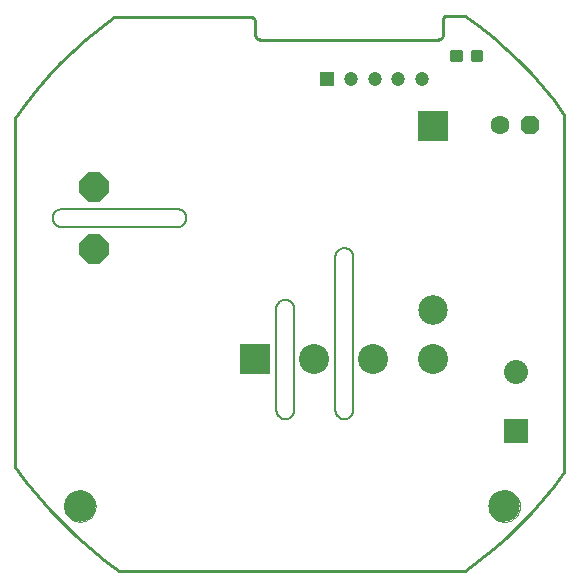
<source format=gbs>
G75*
G70*
%OFA0B0*%
%FSLAX24Y24*%
%IPPOS*%
%LPD*%
%AMOC8*
5,1,8,0,0,1.08239X$1,22.5*
%
%ADD10C,0.0100*%
%ADD11C,0.0000*%
%ADD12C,0.1050*%
%ADD13C,0.0080*%
%ADD14OC8,0.0984*%
%ADD15C,0.0984*%
%ADD16R,0.0984X0.0984*%
%ADD17R,0.0800X0.0800*%
%ADD18C,0.0800*%
%ADD19R,0.1000X0.1000*%
%ADD20C,0.1000*%
%ADD21R,0.0472X0.0472*%
%ADD22C,0.0472*%
%ADD23C,0.0630*%
%ADD24OC8,0.0630*%
%ADD25C,0.0118*%
D10*
X003600Y000390D02*
X015150Y000390D01*
X018450Y003690D02*
X018450Y015590D01*
X015150Y018890D02*
X014550Y018890D01*
X014527Y018888D01*
X014504Y018883D01*
X014482Y018874D01*
X014462Y018861D01*
X014444Y018846D01*
X014429Y018828D01*
X014416Y018808D01*
X014407Y018786D01*
X014402Y018763D01*
X014400Y018740D01*
X014400Y018240D01*
X014398Y018217D01*
X014393Y018194D01*
X014384Y018172D01*
X014371Y018152D01*
X014356Y018134D01*
X014338Y018119D01*
X014318Y018106D01*
X014296Y018097D01*
X014273Y018092D01*
X014250Y018090D01*
X008300Y018090D01*
X008277Y018092D01*
X008254Y018097D01*
X008232Y018106D01*
X008212Y018119D01*
X008194Y018134D01*
X008179Y018152D01*
X008166Y018172D01*
X008157Y018194D01*
X008152Y018217D01*
X008150Y018240D01*
X008150Y018690D01*
X008148Y018713D01*
X008143Y018736D01*
X008134Y018758D01*
X008121Y018778D01*
X008106Y018796D01*
X008088Y018811D01*
X008068Y018824D01*
X008046Y018833D01*
X008023Y018838D01*
X008000Y018840D01*
X003450Y018840D01*
X000150Y015490D02*
X000150Y003840D01*
X015150Y018890D02*
X015623Y018543D01*
X016080Y018176D01*
X016521Y017790D01*
X016944Y017384D01*
X017350Y016961D01*
X017736Y016520D01*
X018103Y016063D01*
X018450Y015590D01*
X003600Y000390D02*
X003106Y000752D01*
X002627Y001136D01*
X002167Y001540D01*
X001724Y001964D01*
X001300Y002407D01*
X000896Y002867D01*
X000512Y003346D01*
X000150Y003840D01*
X015150Y000390D02*
X015623Y000737D01*
X016080Y001104D01*
X016521Y001490D01*
X016944Y001896D01*
X017350Y002319D01*
X017736Y002760D01*
X018103Y003217D01*
X018450Y003690D01*
X003450Y018840D02*
X002976Y018487D01*
X002518Y018114D01*
X002077Y017721D01*
X001653Y017309D01*
X001248Y016879D01*
X000862Y016432D01*
X000495Y015969D01*
X000150Y015490D01*
D11*
X001775Y002540D02*
X001777Y002585D01*
X001783Y002630D01*
X001792Y002674D01*
X001806Y002717D01*
X001823Y002759D01*
X001843Y002799D01*
X001867Y002838D01*
X001895Y002874D01*
X001925Y002907D01*
X001958Y002938D01*
X001993Y002966D01*
X002031Y002991D01*
X002071Y003012D01*
X002112Y003030D01*
X002155Y003045D01*
X002199Y003055D01*
X002244Y003062D01*
X002289Y003065D01*
X002334Y003064D01*
X002379Y003059D01*
X002423Y003050D01*
X002467Y003038D01*
X002509Y003022D01*
X002549Y003002D01*
X002588Y002979D01*
X002625Y002952D01*
X002659Y002923D01*
X002691Y002891D01*
X002719Y002856D01*
X002745Y002819D01*
X002767Y002779D01*
X002786Y002738D01*
X002801Y002696D01*
X002813Y002652D01*
X002821Y002608D01*
X002825Y002563D01*
X002825Y002517D01*
X002821Y002472D01*
X002813Y002428D01*
X002801Y002384D01*
X002786Y002342D01*
X002767Y002301D01*
X002745Y002261D01*
X002719Y002224D01*
X002691Y002189D01*
X002659Y002157D01*
X002625Y002128D01*
X002588Y002101D01*
X002549Y002078D01*
X002509Y002058D01*
X002467Y002042D01*
X002423Y002030D01*
X002379Y002021D01*
X002334Y002016D01*
X002289Y002015D01*
X002244Y002018D01*
X002199Y002025D01*
X002155Y002035D01*
X002112Y002050D01*
X002071Y002068D01*
X002031Y002089D01*
X001993Y002114D01*
X001958Y002142D01*
X001925Y002173D01*
X001895Y002206D01*
X001867Y002242D01*
X001843Y002281D01*
X001823Y002321D01*
X001806Y002363D01*
X001792Y002406D01*
X001783Y002450D01*
X001777Y002495D01*
X001775Y002540D01*
X015925Y002540D02*
X015927Y002585D01*
X015933Y002630D01*
X015942Y002674D01*
X015956Y002717D01*
X015973Y002759D01*
X015993Y002799D01*
X016017Y002838D01*
X016045Y002874D01*
X016075Y002907D01*
X016108Y002938D01*
X016143Y002966D01*
X016181Y002991D01*
X016221Y003012D01*
X016262Y003030D01*
X016305Y003045D01*
X016349Y003055D01*
X016394Y003062D01*
X016439Y003065D01*
X016484Y003064D01*
X016529Y003059D01*
X016573Y003050D01*
X016617Y003038D01*
X016659Y003022D01*
X016699Y003002D01*
X016738Y002979D01*
X016775Y002952D01*
X016809Y002923D01*
X016841Y002891D01*
X016869Y002856D01*
X016895Y002819D01*
X016917Y002779D01*
X016936Y002738D01*
X016951Y002696D01*
X016963Y002652D01*
X016971Y002608D01*
X016975Y002563D01*
X016975Y002517D01*
X016971Y002472D01*
X016963Y002428D01*
X016951Y002384D01*
X016936Y002342D01*
X016917Y002301D01*
X016895Y002261D01*
X016869Y002224D01*
X016841Y002189D01*
X016809Y002157D01*
X016775Y002128D01*
X016738Y002101D01*
X016699Y002078D01*
X016659Y002058D01*
X016617Y002042D01*
X016573Y002030D01*
X016529Y002021D01*
X016484Y002016D01*
X016439Y002015D01*
X016394Y002018D01*
X016349Y002025D01*
X016305Y002035D01*
X016262Y002050D01*
X016221Y002068D01*
X016181Y002089D01*
X016143Y002114D01*
X016108Y002142D01*
X016075Y002173D01*
X016045Y002206D01*
X016017Y002242D01*
X015993Y002281D01*
X015973Y002321D01*
X015956Y002363D01*
X015942Y002406D01*
X015933Y002450D01*
X015927Y002495D01*
X015925Y002540D01*
D12*
X002300Y002540D03*
X016450Y002540D03*
D13*
X011419Y005740D02*
X011419Y010840D01*
X011417Y010874D01*
X011411Y010907D01*
X011402Y010939D01*
X011389Y010970D01*
X011373Y011000D01*
X011354Y011027D01*
X011331Y011052D01*
X011306Y011075D01*
X011279Y011094D01*
X011249Y011110D01*
X011218Y011123D01*
X011186Y011132D01*
X011153Y011138D01*
X011119Y011140D01*
X011085Y011138D01*
X011052Y011132D01*
X011020Y011123D01*
X010989Y011110D01*
X010959Y011094D01*
X010932Y011075D01*
X010907Y011052D01*
X010884Y011027D01*
X010865Y011000D01*
X010849Y010970D01*
X010836Y010939D01*
X010827Y010907D01*
X010821Y010874D01*
X010819Y010840D01*
X010819Y005740D01*
X010821Y005706D01*
X010827Y005673D01*
X010836Y005641D01*
X010849Y005610D01*
X010865Y005580D01*
X010884Y005553D01*
X010907Y005528D01*
X010932Y005505D01*
X010959Y005486D01*
X010989Y005470D01*
X011020Y005457D01*
X011052Y005448D01*
X011085Y005442D01*
X011119Y005440D01*
X011153Y005442D01*
X011186Y005448D01*
X011218Y005457D01*
X011249Y005470D01*
X011279Y005486D01*
X011306Y005505D01*
X011331Y005528D01*
X011354Y005553D01*
X011373Y005580D01*
X011389Y005610D01*
X011402Y005641D01*
X011411Y005673D01*
X011417Y005706D01*
X011419Y005740D01*
X009450Y005740D02*
X009450Y009090D01*
X009451Y009124D01*
X009448Y009157D01*
X009441Y009190D01*
X009431Y009223D01*
X009417Y009253D01*
X009400Y009282D01*
X009380Y009309D01*
X009357Y009334D01*
X009331Y009356D01*
X009303Y009374D01*
X009273Y009390D01*
X009241Y009402D01*
X009208Y009410D01*
X009175Y009415D01*
X009141Y009416D01*
X009108Y009413D01*
X009075Y009406D01*
X009042Y009396D01*
X009012Y009382D01*
X008983Y009365D01*
X008956Y009345D01*
X008931Y009322D01*
X008909Y009296D01*
X008891Y009268D01*
X008875Y009238D01*
X008863Y009206D01*
X008855Y009173D01*
X008850Y009140D01*
X008850Y005740D01*
X008852Y005706D01*
X008858Y005673D01*
X008867Y005641D01*
X008880Y005610D01*
X008896Y005580D01*
X008915Y005553D01*
X008938Y005528D01*
X008963Y005505D01*
X008990Y005486D01*
X009020Y005470D01*
X009051Y005457D01*
X009083Y005448D01*
X009116Y005442D01*
X009150Y005440D01*
X009184Y005442D01*
X009217Y005448D01*
X009249Y005457D01*
X009280Y005470D01*
X009310Y005486D01*
X009337Y005505D01*
X009362Y005528D01*
X009385Y005553D01*
X009404Y005580D01*
X009420Y005610D01*
X009433Y005641D01*
X009442Y005673D01*
X009448Y005706D01*
X009450Y005740D01*
X005550Y011840D02*
X001700Y011840D01*
X001666Y011842D01*
X001633Y011848D01*
X001601Y011857D01*
X001570Y011870D01*
X001540Y011886D01*
X001513Y011905D01*
X001488Y011928D01*
X001465Y011953D01*
X001446Y011980D01*
X001430Y012010D01*
X001417Y012041D01*
X001408Y012073D01*
X001402Y012106D01*
X001400Y012140D01*
X001402Y012174D01*
X001408Y012207D01*
X001417Y012239D01*
X001430Y012270D01*
X001446Y012300D01*
X001465Y012327D01*
X001488Y012352D01*
X001513Y012375D01*
X001540Y012394D01*
X001570Y012410D01*
X001601Y012423D01*
X001633Y012432D01*
X001666Y012438D01*
X001700Y012440D01*
X005550Y012440D01*
X005584Y012438D01*
X005617Y012432D01*
X005649Y012423D01*
X005680Y012410D01*
X005710Y012394D01*
X005737Y012375D01*
X005762Y012352D01*
X005785Y012327D01*
X005804Y012300D01*
X005820Y012270D01*
X005833Y012239D01*
X005842Y012207D01*
X005848Y012174D01*
X005850Y012140D01*
X005848Y012106D01*
X005842Y012073D01*
X005833Y012041D01*
X005820Y012010D01*
X005804Y011980D01*
X005785Y011953D01*
X005762Y011928D01*
X005737Y011905D01*
X005710Y011886D01*
X005680Y011870D01*
X005649Y011857D01*
X005617Y011848D01*
X005584Y011842D01*
X005550Y011840D01*
D14*
X002773Y011117D03*
X002773Y013176D03*
D15*
X014072Y009070D03*
D16*
X014072Y015223D03*
D17*
X016851Y005042D03*
D18*
X016851Y007011D03*
D19*
X008151Y007440D03*
D20*
X010120Y007440D03*
X012089Y007440D03*
X014057Y007440D03*
D21*
X010550Y016790D03*
D22*
X011337Y016790D03*
X012125Y016790D03*
X012912Y016790D03*
X013700Y016790D03*
D23*
X016300Y015240D03*
D24*
X017300Y015240D03*
D25*
X015407Y017402D02*
X015407Y017678D01*
X015683Y017678D01*
X015683Y017402D01*
X015407Y017402D01*
X015407Y017519D02*
X015683Y017519D01*
X015683Y017636D02*
X015407Y017636D01*
X014717Y017678D02*
X014717Y017402D01*
X014717Y017678D02*
X014993Y017678D01*
X014993Y017402D01*
X014717Y017402D01*
X014717Y017519D02*
X014993Y017519D01*
X014993Y017636D02*
X014717Y017636D01*
M02*

</source>
